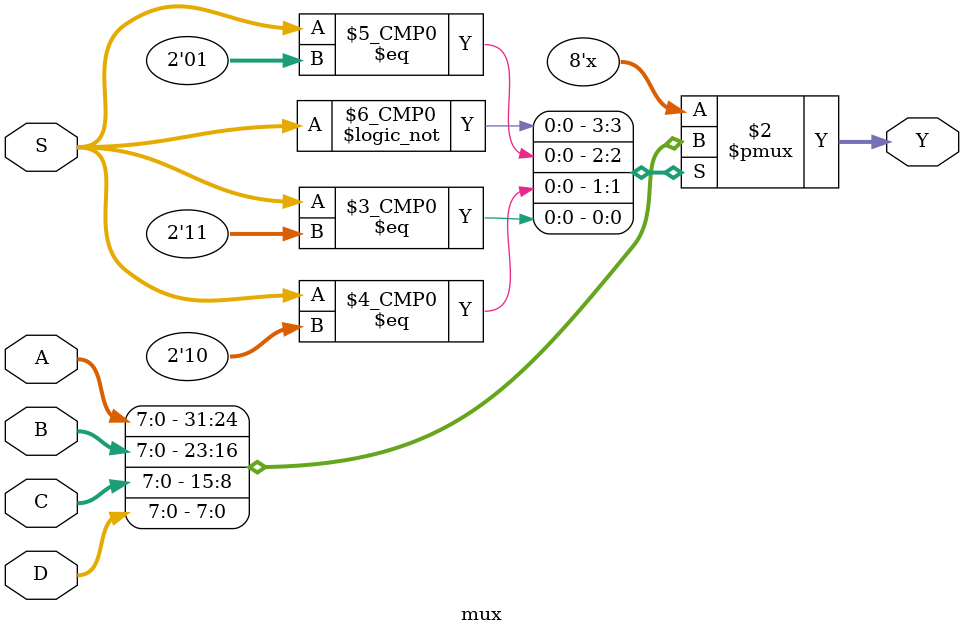
<source format=v>
`timescale 1ns / 1ps


module mux( input [7:0] A, input [7:0] B, input [7:0] C, input [7:0] D, input [1:0] S, output reg [7:0] Y);
always @(*)
begin
  case(S)
    2'b00: Y =A;
    2'b01: Y =B;
    2'b10: Y =C;
    2'b11: Y =D;
  endcase
end
endmodule

</source>
